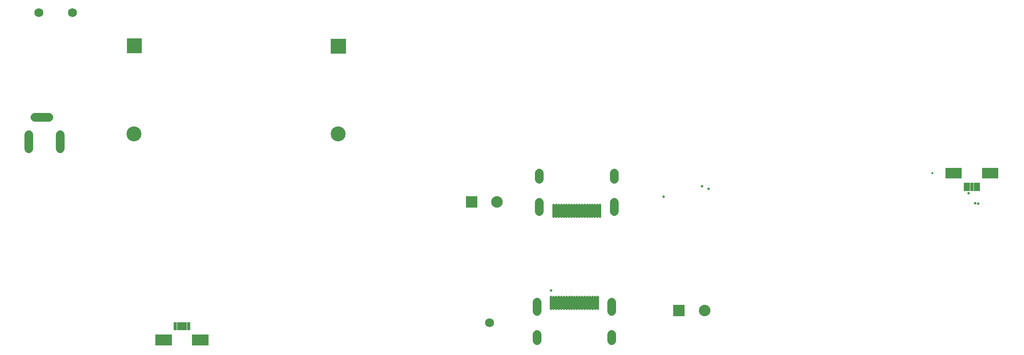
<source format=gts>
G04 Layer: TopSolderMaskLayer*
G04 EasyEDA v6.4.7, 2020-11-20T21:23:31--3:00*
G04 eeb6c147a42f4a1294c753b82ad487c9,09237c92188f4bc9b643e288e8680b3c,10*
G04 Gerber Generator version 0.2*
G04 Scale: 100 percent, Rotated: No, Reflected: No *
G04 Dimensions in millimeters *
G04 leading zeros omitted , absolute positions ,3 integer and 3 decimal *
%FSLAX33Y33*%
%MOMM*%
G90*
D02*

%ADD26C,0.483210*%
%ADD27C,1.703197*%
%ADD28C,0.463194*%
%ADD29C,1.727200*%
%ADD30C,0.403200*%
%ADD33C,2.903220*%
%ADD35R,2.235200X2.235200*%
%ADD36C,2.235200*%

%LPD*%
G54D26*
G01X109042Y10134D02*
G01X109042Y7814D01*
G01X109542Y10134D02*
G01X109542Y7814D01*
G01X110042Y10134D02*
G01X110042Y7814D01*
G01X110543Y10134D02*
G01X110543Y7814D01*
G01X111041Y10134D02*
G01X111041Y7814D01*
G01X111541Y10134D02*
G01X111541Y7814D01*
G01X112041Y10134D02*
G01X112041Y7814D01*
G01X112542Y10134D02*
G01X112542Y7814D01*
G01X113042Y10134D02*
G01X113042Y7814D01*
G01X113543Y10134D02*
G01X113543Y7814D01*
G01X108541Y10134D02*
G01X108541Y7814D01*
G01X108041Y10134D02*
G01X108041Y7814D01*
G01X107543Y10134D02*
G01X107543Y7814D01*
G01X107043Y10134D02*
G01X107043Y7814D01*
G01X106542Y10134D02*
G01X106542Y7814D01*
G01X106042Y10134D02*
G01X106042Y7814D01*
G01X105542Y10134D02*
G01X105542Y7814D01*
G01X105041Y10134D02*
G01X105041Y7814D01*
G01X104541Y10134D02*
G01X104541Y7814D01*
G54D27*
G01X116291Y2815D02*
G01X116291Y1615D01*
G01X101793Y2815D02*
G01X101793Y1615D01*
G01X116291Y9114D02*
G01X116291Y7314D01*
G01X101793Y9114D02*
G01X101793Y7314D01*
G54D26*
G01X109524Y25679D02*
G01X109524Y27999D01*
G01X109024Y25679D02*
G01X109024Y27999D01*
G01X108524Y25679D02*
G01X108524Y27999D01*
G01X108023Y25679D02*
G01X108023Y27999D01*
G01X107525Y25679D02*
G01X107525Y27999D01*
G01X107025Y25679D02*
G01X107025Y27999D01*
G01X106525Y25679D02*
G01X106525Y27999D01*
G01X106024Y25679D02*
G01X106024Y27999D01*
G01X105524Y25679D02*
G01X105524Y27999D01*
G01X105023Y25679D02*
G01X105023Y27999D01*
G01X110025Y25679D02*
G01X110025Y27999D01*
G01X110525Y25679D02*
G01X110525Y27999D01*
G01X111023Y25679D02*
G01X111023Y27999D01*
G01X111523Y25679D02*
G01X111523Y27999D01*
G01X112024Y25679D02*
G01X112024Y27999D01*
G01X112524Y25679D02*
G01X112524Y27999D01*
G01X113024Y25679D02*
G01X113024Y27999D01*
G01X113525Y25679D02*
G01X113525Y27999D01*
G01X114025Y25679D02*
G01X114025Y27999D01*
G54D27*
G01X102275Y32998D02*
G01X102275Y34198D01*
G01X116773Y32998D02*
G01X116773Y34198D01*
G01X102275Y26699D02*
G01X102275Y28499D01*
G01X116773Y26699D02*
G01X116773Y28499D01*
G01X9271Y38908D02*
G01X9271Y41608D01*
G01X3175Y38908D02*
G01X3175Y41608D01*
G01X7065Y44958D02*
G01X4365Y44958D01*
G54D28*
G01X104541Y11396D03*
G54D29*
G01X92583Y5080D03*
G54D28*
G01X126365Y29591D03*
G54D30*
G01X178562Y34163D03*
G54D28*
G01X187452Y28194D03*
G01X185547Y30226D03*
G01X135128Y31115D03*
G01X133858Y31623D03*
G01X186817Y28321D03*
G36*
G01X188135Y33111D02*
G01X188135Y35214D01*
G01X191340Y35214D01*
G01X191340Y33111D01*
G01X188135Y33111D01*
G37*
G36*
G01X181023Y33111D02*
G01X181023Y35214D01*
G01X184228Y35214D01*
G01X184228Y33111D01*
G01X181023Y33111D01*
G37*
G36*
G01X185879Y30716D02*
G01X185879Y32270D01*
G01X186484Y32270D01*
G01X186484Y30716D01*
G01X185879Y30716D01*
G37*
G36*
G01X185229Y30716D02*
G01X185229Y32270D01*
G01X185834Y32270D01*
G01X185834Y30716D01*
G01X185229Y30716D01*
G37*
G36*
G01X184579Y30716D02*
G01X184579Y32270D01*
G01X185183Y32270D01*
G01X185183Y30716D01*
G01X184579Y30716D01*
G37*
G36*
G01X186529Y30716D02*
G01X186529Y32270D01*
G01X187134Y32270D01*
G01X187134Y30716D01*
G01X186529Y30716D01*
G37*
G36*
G01X187180Y30716D02*
G01X187180Y32270D01*
G01X187784Y32270D01*
G01X187784Y30716D01*
G01X187180Y30716D01*
G37*
G36*
G01X27734Y726D02*
G01X27734Y2829D01*
G01X30939Y2829D01*
G01X30939Y726D01*
G01X27734Y726D01*
G37*
G36*
G01X34846Y726D02*
G01X34846Y2829D01*
G01X38051Y2829D01*
G01X38051Y726D01*
G01X34846Y726D01*
G37*
G36*
G01X32590Y3670D02*
G01X32590Y5224D01*
G01X33195Y5224D01*
G01X33195Y3670D01*
G01X32590Y3670D01*
G37*
G36*
G01X33240Y3670D02*
G01X33240Y5224D01*
G01X33845Y5224D01*
G01X33845Y3670D01*
G01X33240Y3670D01*
G37*
G36*
G01X33891Y3670D02*
G01X33891Y5224D01*
G01X34495Y5224D01*
G01X34495Y3670D01*
G01X33891Y3670D01*
G37*
G36*
G01X31940Y3670D02*
G01X31940Y5224D01*
G01X32545Y5224D01*
G01X32545Y3670D01*
G01X31940Y3670D01*
G37*
G36*
G01X31290Y3670D02*
G01X31290Y5224D01*
G01X31894Y5224D01*
G01X31894Y3670D01*
G01X31290Y3670D01*
G37*
G54D33*
G01X23616Y41777D03*
G36*
G01X22197Y57406D02*
G01X22197Y60309D01*
G01X25100Y60309D01*
G01X25100Y57406D01*
G01X22197Y57406D01*
G37*
G36*
G01X61793Y57348D02*
G01X61793Y60251D01*
G01X64696Y60251D01*
G01X64696Y57348D01*
G01X61793Y57348D01*
G37*
G01X63246Y41783D03*
G54D35*
G01X89077Y28575D03*
G54D36*
G01X94056Y28575D03*
G54D35*
G01X129336Y7493D03*
G54D36*
G01X134315Y7493D03*
G54D29*
G01X5132Y65278D03*
G01X11631Y65278D03*
M00*
M02*

</source>
